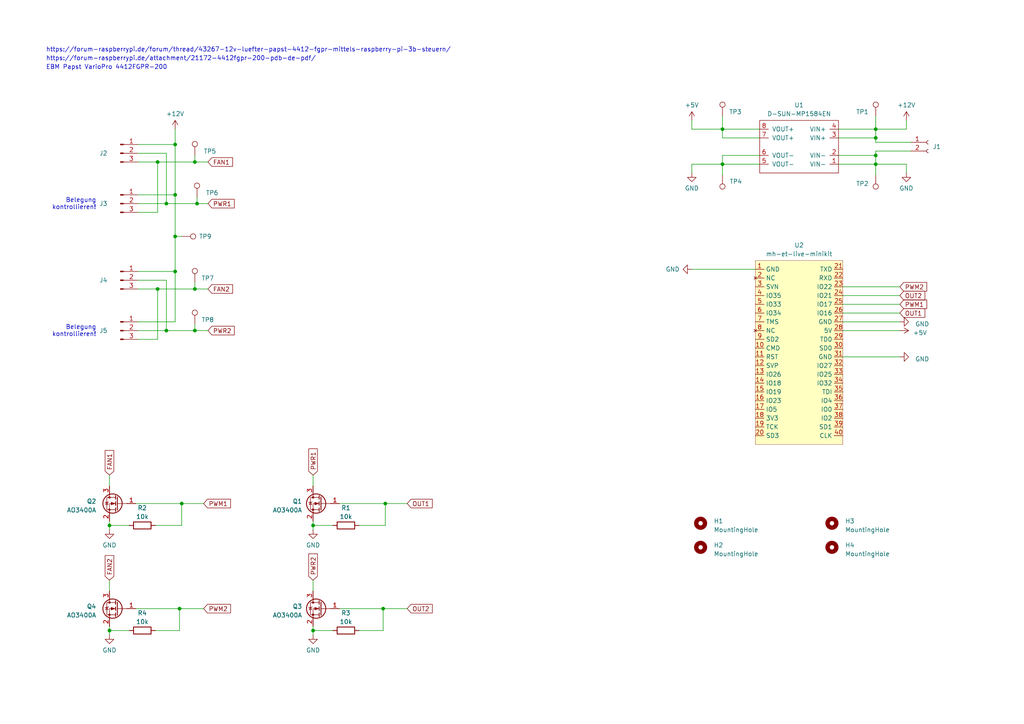
<source format=kicad_sch>
(kicad_sch (version 20210406) (generator eeschema)
  (paper "A4")
  (lib_symbols
    (symbol "Connector:Conn_01x02_Female" (pin_names (offset 1.016) hide)
      (property "Reference" "J" (at 0 2.54 0))
      (property "Value" "Conn_01x02_Female" (at 0 -5.08 0))
      (symbol "Conn_01x02_Female_1_1"
        (arc (start 0 -2.032) (end 0 -3.048) (radius (at 0 -2.54) (length 0.508) (angles 90.1 -90.1)) (stroke (width 0.1524)))
        (arc (start 0 0.508) (end 0 -0.508) (radius (at 0 0) (length 0.508) (angles 90.1 -90.1)) (stroke (width 0.1524)))
        (polyline (pts (xy -1.27 -2.54) (xy -0.508 -2.54)) (stroke (width 0.1524)))
        (polyline (pts (xy -1.27 0) (xy -0.508 0)) (stroke (width 0.1524)))
        (pin passive line (at -5.08 0 0) (length 3.81) (name "Pin_1") (number "1"))
        (pin passive line (at -5.08 -2.54 0) (length 3.81) (name "Pin_2") (number "2"))
      )
    )
    (symbol "Connector:Conn_01x03_Male" (pin_names (offset 1.016) hide)
      (property "Reference" "J" (at 0 5.08 0))
      (property "Value" "Conn_01x03_Male" (at 0 -5.08 0))
      (symbol "Conn_01x03_Male_1_1"
        (rectangle (start 0.8636 -2.413) (end 0 -2.667) (stroke (width 0.1524)) (fill (type outline)))
        (rectangle (start 0.8636 0.127) (end 0 -0.127) (stroke (width 0.1524)) (fill (type outline)))
        (rectangle (start 0.8636 2.667) (end 0 2.413) (stroke (width 0.1524)) (fill (type outline)))
        (polyline (pts (xy 1.27 -2.54) (xy 0.8636 -2.54)) (stroke (width 0.1524)))
        (polyline (pts (xy 1.27 0) (xy 0.8636 0)) (stroke (width 0.1524)))
        (polyline (pts (xy 1.27 2.54) (xy 0.8636 2.54)) (stroke (width 0.1524)))
        (pin passive line (at 5.08 2.54 180) (length 3.81) (name "Pin_1") (number "1"))
        (pin passive line (at 5.08 0 180) (length 3.81) (name "Pin_2") (number "2"))
        (pin passive line (at 5.08 -2.54 180) (length 3.81) (name "Pin_3") (number "3"))
      )
    )
    (symbol "Connector:TestPoint" (pin_numbers hide) (pin_names (offset 0.762) hide)
      (property "Reference" "TP" (at 0 6.858 0))
      (property "Value" "TestPoint" (at 0 5.08 0))
      (symbol "TestPoint_0_1"
        (circle (center 0 3.302) (radius 0.762))
      )
      (symbol "TestPoint_1_1"
        (pin passive line (at 0 0 90) (length 2.54) (name "1") (number "1"))
      )
    )
    (symbol "Device:R" (pin_numbers hide) (pin_names (offset 0))
      (property "Reference" "R" (at 2.032 0 90))
      (property "Value" "R" (at 0 0 90))
      (symbol "R_0_1"
        (rectangle (start -1.016 -2.54) (end 1.016 2.54) (stroke (width 0.254)))
      )
      (symbol "R_1_1"
        (pin passive line (at 0 3.81 270) (length 1.27) (name "~") (number "1"))
        (pin passive line (at 0 -3.81 90) (length 1.27) (name "~") (number "2"))
      )
    )
    (symbol "Mechanical:MountingHole" (pin_names (offset 1.016))
      (property "Reference" "H" (at 0 5.08 0))
      (property "Value" "MountingHole" (at 0 3.175 0))
      (symbol "MountingHole_0_1"
        (circle (center 0 0) (radius 1.27) (stroke (width 1.27)))
      )
    )
    (symbol "Transistor_FET:AO3400A" (pin_names hide)
      (property "Reference" "Q" (at 5.08 1.905 0))
      (property "Value" "AO3400A" (at 5.08 0 0))
      (symbol "AO3400A_0_1"
        (circle (center 1.651 0) (radius 2.794) (stroke (width 0.254)))
        (circle (center 2.54 -1.778) (radius 0.254) (fill (type outline)))
        (circle (center 2.54 1.778) (radius 0.254) (fill (type outline)))
        (polyline (pts (xy 0.254 0) (xy -2.54 0)))
        (polyline (pts (xy 0.254 1.905) (xy 0.254 -1.905)) (stroke (width 0.254)))
        (polyline (pts (xy 0.762 -1.27) (xy 0.762 -2.286)) (stroke (width 0.254)))
        (polyline (pts (xy 0.762 0.508) (xy 0.762 -0.508)) (stroke (width 0.254)))
        (polyline (pts (xy 0.762 2.286) (xy 0.762 1.27)) (stroke (width 0.254)))
        (polyline (pts (xy 2.54 2.54) (xy 2.54 1.778)))
        (polyline (pts (xy 2.54 -2.54) (xy 2.54 0) (xy 0.762 0)))
        (polyline (pts (xy 0.762 -1.778) (xy 3.302 -1.778) (xy 3.302 1.778) (xy 0.762 1.778)))
        (polyline (pts (xy 2.794 0.508) (xy 2.921 0.381) (xy 3.683 0.381) (xy 3.81 0.254)))
        (polyline (pts (xy 3.302 0.381) (xy 2.921 -0.254) (xy 3.683 -0.254) (xy 3.302 0.381)))
        (polyline (pts (xy 1.016 0) (xy 2.032 0.381) (xy 2.032 -0.381) (xy 1.016 0)) (fill (type outline)))
      )
      (symbol "AO3400A_1_1"
        (pin input line (at -5.08 0 0) (length 2.54) (name "G") (number "1"))
        (pin passive line (at 2.54 -5.08 90) (length 2.54) (name "S") (number "2"))
        (pin passive line (at 2.54 5.08 270) (length 2.54) (name "D") (number "3"))
      )
    )
    (symbol "bouni:D-SUN-MP1584EN" (pin_names (offset 1.016))
      (property "Reference" "U" (at 0 8.89 0))
      (property "Value" "D-SUN-MP1584EN" (at 0 -8.89 0))
      (symbol "D-SUN-MP1584EN_0_1"
        (rectangle (start -11.43 7.62) (end 11.43 -7.62))
      )
      (symbol "D-SUN-MP1584EN_1_1"
        (pin input line (at -11.43 5.08 0) (length 2.54) (name "VIN-") (number "1"))
        (pin input line (at -11.43 2.54 0) (length 2.54) (name "VIN-") (number "2"))
        (pin input line (at -11.43 -2.54 0) (length 2.54) (name "VIN+") (number "3"))
        (pin input line (at -11.43 -5.08 0) (length 2.54) (name "VIN+") (number "4"))
        (pin input line (at 11.43 5.08 180) (length 2.54) (name "VOUT-") (number "5"))
        (pin input line (at 11.43 2.54 180) (length 2.54) (name "VOUT-") (number "6"))
        (pin input line (at 11.43 -2.54 180) (length 2.54) (name "VOUT+") (number "7"))
        (pin input line (at 11.43 -5.08 180) (length 2.54) (name "VOUT+") (number "8"))
      )
    )
    (symbol "mh-et-live-minikit:mh-et-live-minikit"
      (property "Reference" "U" (at 0 27.94 0))
      (property "Value" "mh-et-live-minikit" (at 0 0 90))
      (symbol "mh-et-live-minikit_0_0"
        (pin passive line (at -12.7 24.13 0) (length 2.54) (name "GND") (number "1"))
        (pin bidirectional line (at -12.7 1.27 0) (length 2.54) (name "CMD") (number "10"))
        (pin input line (at -12.7 -1.27 0) (length 2.54) (name "RST") (number "11"))
        (pin bidirectional line (at -12.7 -3.81 0) (length 2.54) (name "SVP") (number "12"))
        (pin bidirectional line (at -12.7 -6.35 0) (length 2.54) (name "IO26") (number "13"))
        (pin bidirectional line (at -12.7 -8.89 0) (length 2.54) (name "IO18") (number "14"))
        (pin bidirectional line (at -12.7 -11.43 0) (length 2.54) (name "IO19") (number "15"))
        (pin bidirectional line (at -12.7 -13.97 0) (length 2.54) (name "IO23") (number "16"))
        (pin bidirectional line (at -12.7 -16.51 0) (length 2.54) (name "IO5") (number "17"))
        (pin power_out line (at -12.7 -19.05 0) (length 2.54) (name "3V3") (number "18"))
        (pin bidirectional line (at -12.7 -21.59 0) (length 2.54) (name "TCK") (number "19"))
        (pin no_connect line (at -12.7 21.59 0) (length 2.54) (name "NC") (number "2"))
        (pin bidirectional line (at -12.7 -24.13 0) (length 2.54) (name "SD3") (number "20"))
        (pin bidirectional line (at 12.7 24.13 180) (length 2.54) (name "TXD") (number "21"))
        (pin bidirectional line (at 12.7 21.59 180) (length 2.54) (name "RXD") (number "22"))
        (pin bidirectional line (at 12.7 19.05 180) (length 2.54) (name "IO22") (number "23"))
        (pin bidirectional line (at 12.7 16.51 180) (length 2.54) (name "IO21") (number "24"))
        (pin bidirectional line (at 12.7 13.97 180) (length 2.54) (name "IO17") (number "25"))
        (pin bidirectional line (at 12.7 11.43 180) (length 2.54) (name "IO16") (number "26"))
        (pin passive line (at 12.7 8.89 180) (length 2.54) (name "GND") (number "27"))
        (pin power_in line (at 12.7 6.35 180) (length 2.54) (name "5V") (number "28"))
        (pin bidirectional line (at 12.7 3.81 180) (length 2.54) (name "TD0") (number "29"))
        (pin bidirectional line (at -12.7 19.05 0) (length 2.54) (name "SVN") (number "3"))
        (pin bidirectional line (at 12.7 1.27 180) (length 2.54) (name "SD0") (number "30"))
        (pin passive line (at 12.7 -1.27 180) (length 2.54) (name "GND") (number "31"))
        (pin bidirectional line (at 12.7 -3.81 180) (length 2.54) (name "IO27") (number "32"))
        (pin bidirectional line (at 12.7 -6.35 180) (length 2.54) (name "IO25") (number "33"))
        (pin bidirectional line (at 12.7 -8.89 180) (length 2.54) (name "IO32") (number "34"))
        (pin bidirectional line (at 12.7 -11.43 180) (length 2.54) (name "TDI") (number "35"))
        (pin bidirectional line (at 12.7 -13.97 180) (length 2.54) (name "IO4") (number "36"))
        (pin bidirectional line (at 12.7 -16.51 180) (length 2.54) (name "IO0") (number "37"))
        (pin bidirectional line (at 12.7 -19.05 180) (length 2.54) (name "IO2") (number "38"))
        (pin bidirectional line (at 12.7 -21.59 180) (length 2.54) (name "SD1") (number "39"))
        (pin bidirectional line (at -12.7 16.51 0) (length 2.54) (name "IO35") (number "4"))
        (pin bidirectional line (at 12.7 -24.13 180) (length 2.54) (name "CLK") (number "40"))
        (pin bidirectional line (at -12.7 13.97 0) (length 2.54) (name "IO33") (number "5"))
        (pin bidirectional line (at -12.7 11.43 0) (length 2.54) (name "IO34") (number "6"))
        (pin bidirectional line (at -12.7 8.89 0) (length 2.54) (name "TMS") (number "7"))
        (pin no_connect line (at -12.7 6.35 0) (length 2.54) (name "NC") (number "8"))
        (pin bidirectional line (at -12.7 3.81 0) (length 2.54) (name "SD2") (number "9"))
      )
      (symbol "mh-et-live-minikit_0_1"
        (rectangle (start -12.7 26.67) (end 12.7 -26.67) (stroke (width 0.0006)) (fill (type background)))
      )
    )
    (symbol "power:+12V" (power) (pin_names (offset 0))
      (property "Value" "+12V" (at 0 3.556 0))
      (symbol "+12V_0_1"
        (polyline (pts (xy -0.762 1.27) (xy 0 2.54)))
        (polyline (pts (xy 0 0) (xy 0 2.54)))
        (polyline (pts (xy 0 2.54) (xy 0.762 1.27)))
      )
      (symbol "+12V_1_1"
        (pin power_in line (at 0 0 90) (length 0) hide (name "+12V") (number "1"))
      )
    )
    (symbol "power:+5V" (power) (pin_names (offset 0))
      (property "Value" "+5V" (at 0 3.556 0))
      (symbol "+5V_0_1"
        (polyline (pts (xy -0.762 1.27) (xy 0 2.54)))
        (polyline (pts (xy 0 0) (xy 0 2.54)))
        (polyline (pts (xy 0 2.54) (xy 0.762 1.27)))
      )
      (symbol "+5V_1_1"
        (pin power_in line (at 0 0 90) (length 0) hide (name "+5V") (number "1"))
      )
    )
    (symbol "power:GND" (power) (pin_names (offset 0))
      (property "Value" "GND" (at 0 -3.81 0))
      (symbol "GND_0_1"
        (polyline (pts (xy 0 0) (xy 0 -1.27) (xy 1.27 -1.27) (xy 0 -2.54) (xy -1.27 -1.27) (xy 0 -1.27)))
      )
      (symbol "GND_1_1"
        (pin power_in line (at 0 0 270) (length 0) hide (name "GND") (number "1"))
      )
    )
  )
  (junction (at 31.75 152.4) (diameter 0.9144))
  (junction (at 31.75 182.88) (diameter 0.9144))
  (junction (at 45.72 46.99) (diameter 0.9144))
  (junction (at 45.72 83.82) (diameter 0.9144))
  (junction (at 48.26 59.055) (diameter 0.9144))
  (junction (at 48.26 95.885) (diameter 0.9144))
  (junction (at 50.8 41.91) (diameter 0.9144))
  (junction (at 50.8 56.515) (diameter 0.9144))
  (junction (at 50.8 68.58) (diameter 0.9144))
  (junction (at 50.8 78.74) (diameter 0.9144))
  (junction (at 52.07 176.53) (diameter 0.9144))
  (junction (at 52.705 146.05) (diameter 0.9144))
  (junction (at 56.515 46.99) (diameter 0.9144))
  (junction (at 56.515 83.82) (diameter 0.9144))
  (junction (at 56.515 95.885) (diameter 0.9144))
  (junction (at 57.15 59.055) (diameter 0.9144))
  (junction (at 90.805 152.4) (diameter 0.9144))
  (junction (at 90.805 182.88) (diameter 0.9144))
  (junction (at 111.125 176.53) (diameter 0.9144))
  (junction (at 111.76 146.05) (diameter 0.9144))
  (junction (at 209.55 37.465) (diameter 0.9144))
  (junction (at 209.55 47.625) (diameter 0.9144))
  (junction (at 254 37.465) (diameter 0.9144))
  (junction (at 254 40.005) (diameter 0.9144))
  (junction (at 254 45.085) (diameter 0.9144))
  (junction (at 254 47.625) (diameter 0.9144))
  (wire (pts (xy 31.75 137.795) (xy 31.75 140.97)))
  (wire (pts (xy 31.75 152.4) (xy 31.75 151.13)))
  (wire (pts (xy 31.75 152.4) (xy 37.465 152.4)))
  (wire (pts (xy 31.75 153.67) (xy 31.75 152.4)))
  (wire (pts (xy 31.75 168.275) (xy 31.75 171.45)))
  (wire (pts (xy 31.75 182.88) (xy 31.75 181.61)))
  (wire (pts (xy 31.75 182.88) (xy 37.465 182.88)))
  (wire (pts (xy 31.75 184.15) (xy 31.75 182.88)))
  (wire (pts (xy 39.37 176.53) (xy 52.07 176.53)))
  (wire (pts (xy 40.005 41.91) (xy 50.8 41.91)))
  (wire (pts (xy 40.005 44.45) (xy 48.26 44.45)))
  (wire (pts (xy 40.005 46.99) (xy 45.72 46.99)))
  (wire (pts (xy 40.005 59.055) (xy 48.26 59.055)))
  (wire (pts (xy 40.005 81.28) (xy 48.26 81.28)))
  (wire (pts (xy 40.005 83.82) (xy 45.72 83.82)))
  (wire (pts (xy 40.005 93.345) (xy 50.8 93.345)))
  (wire (pts (xy 40.005 95.885) (xy 48.26 95.885)))
  (wire (pts (xy 45.085 152.4) (xy 52.705 152.4)))
  (wire (pts (xy 45.72 46.99) (xy 45.72 61.595)))
  (wire (pts (xy 45.72 46.99) (xy 56.515 46.99)))
  (wire (pts (xy 45.72 61.595) (xy 40.005 61.595)))
  (wire (pts (xy 45.72 83.82) (xy 45.72 98.425)))
  (wire (pts (xy 45.72 83.82) (xy 56.515 83.82)))
  (wire (pts (xy 45.72 98.425) (xy 40.005 98.425)))
  (wire (pts (xy 48.26 44.45) (xy 48.26 59.055)))
  (wire (pts (xy 48.26 59.055) (xy 57.15 59.055)))
  (wire (pts (xy 48.26 81.28) (xy 48.26 95.885)))
  (wire (pts (xy 48.26 95.885) (xy 56.515 95.885)))
  (wire (pts (xy 50.8 37.465) (xy 50.8 41.91)))
  (wire (pts (xy 50.8 41.91) (xy 50.8 56.515)))
  (wire (pts (xy 50.8 56.515) (xy 40.005 56.515)))
  (wire (pts (xy 50.8 56.515) (xy 50.8 68.58)))
  (wire (pts (xy 50.8 68.58) (xy 50.8 78.74)))
  (wire (pts (xy 50.8 78.74) (xy 40.005 78.74)))
  (wire (pts (xy 50.8 93.345) (xy 50.8 78.74)))
  (wire (pts (xy 52.07 176.53) (xy 52.07 182.88)))
  (wire (pts (xy 52.07 176.53) (xy 59.055 176.53)))
  (wire (pts (xy 52.07 182.88) (xy 45.085 182.88)))
  (wire (pts (xy 52.705 68.58) (xy 50.8 68.58)))
  (wire (pts (xy 52.705 146.05) (xy 39.37 146.05)))
  (wire (pts (xy 52.705 146.05) (xy 59.055 146.05)))
  (wire (pts (xy 52.705 152.4) (xy 52.705 146.05)))
  (wire (pts (xy 56.515 45.085) (xy 56.515 46.99)))
  (wire (pts (xy 56.515 46.99) (xy 60.325 46.99)))
  (wire (pts (xy 56.515 81.915) (xy 56.515 83.82)))
  (wire (pts (xy 56.515 83.82) (xy 60.325 83.82)))
  (wire (pts (xy 56.515 93.98) (xy 56.515 95.885)))
  (wire (pts (xy 56.515 95.885) (xy 60.325 95.885)))
  (wire (pts (xy 57.15 57.15) (xy 57.15 59.055)))
  (wire (pts (xy 57.15 59.055) (xy 60.325 59.055)))
  (wire (pts (xy 90.805 137.795) (xy 90.805 140.97)))
  (wire (pts (xy 90.805 152.4) (xy 90.805 151.13)))
  (wire (pts (xy 90.805 152.4) (xy 96.52 152.4)))
  (wire (pts (xy 90.805 153.67) (xy 90.805 152.4)))
  (wire (pts (xy 90.805 168.275) (xy 90.805 171.45)))
  (wire (pts (xy 90.805 182.88) (xy 90.805 181.61)))
  (wire (pts (xy 90.805 182.88) (xy 96.52 182.88)))
  (wire (pts (xy 90.805 184.15) (xy 90.805 182.88)))
  (wire (pts (xy 98.425 176.53) (xy 111.125 176.53)))
  (wire (pts (xy 104.14 152.4) (xy 111.76 152.4)))
  (wire (pts (xy 111.125 176.53) (xy 111.125 182.88)))
  (wire (pts (xy 111.125 176.53) (xy 118.11 176.53)))
  (wire (pts (xy 111.125 182.88) (xy 104.14 182.88)))
  (wire (pts (xy 111.76 146.05) (xy 98.425 146.05)))
  (wire (pts (xy 111.76 146.05) (xy 118.11 146.05)))
  (wire (pts (xy 111.76 152.4) (xy 111.76 146.05)))
  (wire (pts (xy 200.66 34.925) (xy 200.66 37.465)))
  (wire (pts (xy 200.66 47.625) (xy 200.66 50.165)))
  (wire (pts (xy 200.66 78.105) (xy 219.075 78.105)))
  (wire (pts (xy 209.55 33.655) (xy 209.55 37.465)))
  (wire (pts (xy 209.55 37.465) (xy 200.66 37.465)))
  (wire (pts (xy 209.55 37.465) (xy 209.55 40.005)))
  (wire (pts (xy 209.55 40.005) (xy 220.345 40.005)))
  (wire (pts (xy 209.55 45.085) (xy 220.345 45.085)))
  (wire (pts (xy 209.55 47.625) (xy 200.66 47.625)))
  (wire (pts (xy 209.55 47.625) (xy 209.55 45.085)))
  (wire (pts (xy 209.55 50.8) (xy 209.55 47.625)))
  (wire (pts (xy 220.345 37.465) (xy 209.55 37.465)))
  (wire (pts (xy 220.345 47.625) (xy 209.55 47.625)))
  (wire (pts (xy 243.205 37.465) (xy 254 37.465)))
  (wire (pts (xy 243.205 47.625) (xy 254 47.625)))
  (wire (pts (xy 244.475 83.185) (xy 260.985 83.185)))
  (wire (pts (xy 244.475 85.725) (xy 260.985 85.725)))
  (wire (pts (xy 244.475 88.265) (xy 260.985 88.265)))
  (wire (pts (xy 244.475 90.805) (xy 260.985 90.805)))
  (wire (pts (xy 244.475 93.345) (xy 260.985 93.345)))
  (wire (pts (xy 244.475 95.885) (xy 260.985 95.885)))
  (wire (pts (xy 244.475 103.505) (xy 260.985 103.505)))
  (wire (pts (xy 254 33.655) (xy 254 37.465)))
  (wire (pts (xy 254 37.465) (xy 254 40.005)))
  (wire (pts (xy 254 40.005) (xy 243.205 40.005)))
  (wire (pts (xy 254 41.275) (xy 254 40.005)))
  (wire (pts (xy 254 43.815) (xy 254 45.085)))
  (wire (pts (xy 254 43.815) (xy 264.16 43.815)))
  (wire (pts (xy 254 45.085) (xy 243.205 45.085)))
  (wire (pts (xy 254 47.625) (xy 254 45.085)))
  (wire (pts (xy 254 50.8) (xy 254 47.625)))
  (wire (pts (xy 262.89 34.925) (xy 262.89 37.465)))
  (wire (pts (xy 262.89 37.465) (xy 254 37.465)))
  (wire (pts (xy 262.89 47.625) (xy 254 47.625)))
  (wire (pts (xy 262.89 50.165) (xy 262.89 47.625)))
  (wire (pts (xy 264.16 41.275) (xy 254 41.275)))
  (text "https://forum-raspberrypi.de/forum/thread/43267-12v-luefter-papst-4412-fgpr-mittels-raspberry-pi-3b-steuern/" (at 13.335 15.24 0) (effects (font (size 1.27 1.27)) (justify left bottom)))
  (text "https://forum-raspberrypi.de/attachment/21172-4412fgpr-200-pdb-de-pdf/" (at 13.335 17.78 0) (effects (font (size 1.27 1.27)) (justify left bottom)))
  (text "EBM Papst VarioPro 4412FGPR-200" (at 13.335 20.32 0) (effects (font (size 1.27 1.27)) (justify left bottom)))
  (text "Belegung\nkontrollieren!" (at 27.94 60.96 180) (effects (font (size 1.27 1.27)) (justify right bottom)))
  (text "Belegung\nkontrollieren!" (at 27.94 97.79 180) (effects (font (size 1.27 1.27)) (justify right bottom)))
  (global_label "FAN1" (shape input) (at 31.75 137.795 90) (property "Intersheet References" "${INTERSHEET_REFS}" (effects hide)))
  (global_label "FAN2" (shape input) (at 31.75 168.275 90) (property "Intersheet References" "${INTERSHEET_REFS}" (effects hide)))
  (global_label "PWM1" (shape input) (at 59.055 146.05 0) (property "Intersheet References" "${INTERSHEET_REFS}" (effects hide)))
  (global_label "PWM2" (shape input) (at 59.055 176.53 0) (property "Intersheet References" "${INTERSHEET_REFS}" (effects hide)))
  (global_label "FAN1" (shape input) (at 60.325 46.99 0) (property "Intersheet References" "${INTERSHEET_REFS}" (effects hide)))
  (global_label "PWR1" (shape input) (at 60.325 59.055 0) (property "Intersheet References" "${INTERSHEET_REFS}" (effects hide)))
  (global_label "FAN2" (shape input) (at 60.325 83.82 0) (property "Intersheet References" "${INTERSHEET_REFS}" (effects hide)))
  (global_label "PWR2" (shape input) (at 60.325 95.885 0) (property "Intersheet References" "${INTERSHEET_REFS}" (effects hide)))
  (global_label "PWR1" (shape input) (at 90.805 137.795 90) (property "Intersheet References" "${INTERSHEET_REFS}" (effects hide)))
  (global_label "PWR2" (shape input) (at 90.805 168.275 90) (property "Intersheet References" "${INTERSHEET_REFS}" (effects hide)))
  (global_label "OUT1" (shape input) (at 118.11 146.05 0) (property "Intersheet References" "${INTERSHEET_REFS}" (effects hide)))
  (global_label "OUT2" (shape input) (at 118.11 176.53 0) (property "Intersheet References" "${INTERSHEET_REFS}" (effects hide)))
  (global_label "PWM2" (shape input) (at 260.985 83.185 0) (property "Intersheet References" "${INTERSHEET_REFS}" (effects hide)))
  (global_label "OUT2" (shape input) (at 260.985 85.725 0) (property "Intersheet References" "${INTERSHEET_REFS}" (effects hide)))
  (global_label "PWM1" (shape input) (at 260.985 88.265 0) (property "Intersheet References" "${INTERSHEET_REFS}" (effects hide)))
  (global_label "OUT1" (shape input) (at 260.985 90.805 0) (property "Intersheet References" "${INTERSHEET_REFS}" (effects hide)))
  (symbol (lib_id "power:+12V") (at 50.8 37.465 0) (unit 1)
    (property "Reference" "#PWR0113" (effects hide))
    (property "Value" "+12V" (at 50.8 33.02 0))
  )
  (symbol (lib_id "power:+5V") (at 200.66 34.925 0) (unit 1)
    (property "Reference" "#PWR0109" (effects hide))
    (property "Value" "+5V" (at 200.66 30.48 0))
  )
  (symbol (lib_id "power:+5V") (at 260.985 95.885 270) (unit 1)
    (property "Reference" "#PWR0107" (effects hide))
    (property "Value" "+5V" (at 264.795 96.5199 90) (effects (justify left)))
  )
  (symbol (lib_id "power:+12V") (at 262.89 34.925 0) (unit 1)
    (property "Reference" "#PWR0101" (effects hide))
    (property "Value" "+12V" (at 262.89 30.48 0))
  )
  (symbol (lib_id "Connector:TestPoint") (at 52.705 68.58 270) (unit 1)
    (property "Reference" "TP9" (at 57.7216 68.58 90) (effects (justify left)))
    (property "Value" "TestPoint" (effects hide))
    (property "Footprint" "TestPoint:TestPoint_Pad_D2.0mm" (effects hide))
  )
  (symbol (lib_id "Connector:TestPoint") (at 56.515 45.085 0) (unit 1)
    (property "Reference" "TP5" (at 59.055 43.8784 0) (effects (justify left)))
    (property "Value" "TestPoint" (effects hide))
    (property "Footprint" "TestPoint:TestPoint_Pad_D2.0mm" (effects hide))
  )
  (symbol (lib_id "Connector:TestPoint") (at 56.515 81.915 0) (unit 1)
    (property "Reference" "TP7" (at 58.42 80.7084 0) (effects (justify left)))
    (property "Value" "TestPoint" (effects hide))
    (property "Footprint" "TestPoint:TestPoint_Pad_D2.0mm" (effects hide))
  )
  (symbol (lib_id "Connector:TestPoint") (at 56.515 93.98 0) (unit 1)
    (property "Reference" "TP8" (at 58.42 92.7734 0) (effects (justify left)))
    (property "Value" "TestPoint" (effects hide))
    (property "Footprint" "TestPoint:TestPoint_Pad_D2.0mm" (effects hide))
  )
  (symbol (lib_id "Connector:TestPoint") (at 57.15 57.15 0) (unit 1)
    (property "Reference" "TP6" (at 59.69 55.9434 0) (effects (justify left)))
    (property "Value" "TestPoint" (effects hide))
    (property "Footprint" "TestPoint:TestPoint_Pad_D2.0mm" (effects hide))
  )
  (symbol (lib_id "Connector:TestPoint") (at 209.55 33.655 0) (mirror y) (unit 1)
    (property "Reference" "TP3" (at 211.455 32.4484 0) (effects (justify right)))
    (property "Value" "TestPoint" (effects hide))
    (property "Footprint" "TestPoint:TestPoint_Pad_D2.0mm" (effects hide))
  )
  (symbol (lib_id "Connector:TestPoint") (at 209.55 50.8 0) (mirror x) (unit 1)
    (property "Reference" "TP4" (at 215.265 52.6414 0) (effects (justify right)))
    (property "Value" "TestPoint" (effects hide))
    (property "Footprint" "TestPoint:TestPoint_Pad_D2.0mm" (effects hide))
  )
  (symbol (lib_id "Connector:TestPoint") (at 254 33.655 0) (unit 1)
    (property "Reference" "TP1" (at 248.285 32.4484 0) (effects (justify left)))
    (property "Value" "TestPoint" (effects hide))
    (property "Footprint" "TestPoint:TestPoint_Pad_D2.0mm" (effects hide))
  )
  (symbol (lib_id "Connector:TestPoint") (at 254 50.8 180) (unit 1)
    (property "Reference" "TP2" (at 248.285 53.2764 0) (effects (justify right)))
    (property "Value" "TestPoint" (effects hide))
    (property "Footprint" "TestPoint:TestPoint_Pad_D2.0mm" (effects hide))
  )
  (symbol (lib_id "power:GND") (at 31.75 153.67 0) (unit 1)
    (property "Reference" "#PWR0104" (effects hide))
    (property "Value" "GND" (at 31.75 158.115 0))
  )
  (symbol (lib_id "power:GND") (at 31.75 184.15 0) (unit 1)
    (property "Reference" "#PWR0103" (effects hide))
    (property "Value" "GND" (at 31.75 188.595 0))
  )
  (symbol (lib_id "power:GND") (at 90.805 153.67 0) (unit 1)
    (property "Reference" "#PWR0112" (effects hide))
    (property "Value" "GND" (at 90.805 158.115 0))
  )
  (symbol (lib_id "power:GND") (at 90.805 184.15 0) (unit 1)
    (property "Reference" "#PWR0111" (effects hide))
    (property "Value" "GND" (at 90.805 188.595 0))
  )
  (symbol (lib_id "power:GND") (at 200.66 50.165 0) (unit 1)
    (property "Reference" "#PWR0110" (effects hide))
    (property "Value" "GND" (at 200.66 54.61 0))
  )
  (symbol (lib_id "power:GND") (at 200.66 78.105 270) (unit 1)
    (property "Reference" "#PWR0108" (effects hide))
    (property "Value" "GND" (at 193.04 78.1049 90) (effects (justify left)))
  )
  (symbol (lib_id "power:GND") (at 260.985 93.345 90) (unit 1)
    (property "Reference" "#PWR0105" (effects hide))
    (property "Value" "GND" (at 265.43 93.9799 90) (effects (justify right)))
  )
  (symbol (lib_id "power:GND") (at 260.985 103.505 90) (unit 1)
    (property "Reference" "#PWR0106" (effects hide))
    (property "Value" "GND" (at 265.43 104.1399 90) (effects (justify right)))
  )
  (symbol (lib_id "power:GND") (at 262.89 50.165 0) (unit 1)
    (property "Reference" "#PWR0102" (effects hide))
    (property "Value" "GND" (at 262.89 54.61 0))
  )
  (symbol (lib_id "Mechanical:MountingHole") (at 203.2 151.765 0) (unit 1)
    (property "Reference" "H1" (at 207.01 151.1299 0) (effects (justify left)))
    (property "Value" "MountingHole" (at 207.01 153.6699 0) (effects (justify left)))
    (property "Footprint" "MountingHole:MountingHole_3.2mm_M3_DIN965" (effects hide))
  )
  (symbol (lib_id "Mechanical:MountingHole") (at 203.2 158.75 0) (unit 1)
    (property "Reference" "H2" (at 207.01 158.1149 0) (effects (justify left)))
    (property "Value" "MountingHole" (at 207.01 160.6549 0) (effects (justify left)))
    (property "Footprint" "MountingHole:MountingHole_3.2mm_M3_DIN965" (effects hide))
  )
  (symbol (lib_id "Mechanical:MountingHole") (at 241.3 151.765 0) (unit 1)
    (property "Reference" "H3" (at 245.11 151.1299 0) (effects (justify left)))
    (property "Value" "MountingHole" (at 245.11 153.6699 0) (effects (justify left)))
    (property "Footprint" "MountingHole:MountingHole_3.2mm_M3_DIN965" (effects hide))
  )
  (symbol (lib_id "Mechanical:MountingHole") (at 241.3 158.75 0) (unit 1)
    (property "Reference" "H4" (at 245.11 158.1149 0) (effects (justify left)))
    (property "Value" "MountingHole" (at 245.11 160.6549 0) (effects (justify left)))
    (property "Footprint" "MountingHole:MountingHole_3.2mm_M3_DIN965" (effects hide))
  )
  (symbol (lib_id "Device:R") (at 41.275 152.4 90) (unit 1)
    (property "Reference" "R2" (at 41.275 147.32 90))
    (property "Value" "10k" (at 41.275 149.86 90))
    (property "Footprint" "Resistor_SMD:R_0805_2012Metric_Pad1.20x1.40mm_HandSolder" (effects hide))
  )
  (symbol (lib_id "Device:R") (at 41.275 182.88 90) (unit 1)
    (property "Reference" "R4" (at 41.275 177.8 90))
    (property "Value" "10k" (at 41.275 180.34 90))
    (property "Footprint" "Resistor_SMD:R_0805_2012Metric_Pad1.20x1.40mm_HandSolder" (effects hide))
  )
  (symbol (lib_id "Device:R") (at 100.33 152.4 90) (unit 1)
    (property "Reference" "R1" (at 100.33 147.32 90))
    (property "Value" "10k" (at 100.33 149.86 90))
    (property "Footprint" "Resistor_SMD:R_0805_2012Metric_Pad1.20x1.40mm_HandSolder" (effects hide))
  )
  (symbol (lib_id "Device:R") (at 100.33 182.88 90) (unit 1)
    (property "Reference" "R3" (at 100.33 177.8 90))
    (property "Value" "10k" (at 100.33 180.34 90))
    (property "Footprint" "Resistor_SMD:R_0805_2012Metric_Pad1.20x1.40mm_HandSolder" (effects hide))
  )
  (symbol (lib_id "Connector:Conn_01x02_Female") (at 269.24 41.275 0) (unit 1)
    (property "Reference" "J1" (at 270.51 42.5449 0) (effects (justify left)))
    (property "Value" "Conn_01x02_Female" (effects hide))
    (property "Footprint" "TerminalBlock_Phoenix:TerminalBlock_Phoenix_MKDS-1,5-2-5.08_1x02_P5.08mm_Horizontal" (effects hide))
  )
  (symbol (lib_id "Connector:Conn_01x03_Male") (at 34.925 44.45 0) (unit 1)
    (property "Reference" "J2" (at 29.9974 44.45 0))
    (property "Value" "Conn_01x03_Male" (effects hide))
    (property "Footprint" "TerminalBlock_Phoenix:TerminalBlock_Phoenix_MKDS-1,5-3-5.08_1x03_P5.08mm_Horizontal" (effects hide))
  )
  (symbol (lib_id "Connector:Conn_01x03_Male") (at 34.925 59.055 0) (unit 1)
    (property "Reference" "J3" (at 29.9974 59.055 0))
    (property "Value" "Conn_01x03_Male" (effects hide))
    (property "Footprint" "Connector_Molex:Molex_KK-254_AE-6410-03A_1x03_P2.54mm_Vertical" (effects hide))
  )
  (symbol (lib_id "Connector:Conn_01x03_Male") (at 34.925 81.28 0) (unit 1)
    (property "Reference" "J4" (at 29.9974 81.28 0))
    (property "Value" "Conn_01x03_Male" (effects hide))
    (property "Footprint" "TerminalBlock_Phoenix:TerminalBlock_Phoenix_MKDS-1,5-3-5.08_1x03_P5.08mm_Horizontal" (effects hide))
  )
  (symbol (lib_id "Connector:Conn_01x03_Male") (at 34.925 95.885 0) (unit 1)
    (property "Reference" "J5" (at 29.9974 95.885 0))
    (property "Value" "Conn_01x03_Male" (effects hide))
    (property "Footprint" "Connector_Molex:Molex_KK-254_AE-6410-03A_1x03_P2.54mm_Vertical" (effects hide))
  )
  (symbol (lib_id "Transistor_FET:AO3400A") (at 34.29 146.05 0) (mirror y) (unit 1)
    (property "Reference" "Q2" (at 27.94 145.4149 0) (effects (justify left)))
    (property "Value" "AO3400A" (at 27.94 147.9549 0) (effects (justify left)))
    (property "Footprint" "Package_TO_SOT_SMD:SOT-23" (effects hide))
    (property "Datasheet" "http://www.aosmd.com/pdfs/datasheet/AO3400A.pdf" (effects hide))
  )
  (symbol (lib_id "Transistor_FET:AO3400A") (at 34.29 176.53 0) (mirror y) (unit 1)
    (property "Reference" "Q4" (at 27.94 175.8949 0) (effects (justify left)))
    (property "Value" "AO3400A" (at 27.94 178.4349 0) (effects (justify left)))
    (property "Footprint" "Package_TO_SOT_SMD:SOT-23" (effects hide))
    (property "Datasheet" "http://www.aosmd.com/pdfs/datasheet/AO3400A.pdf" (effects hide))
  )
  (symbol (lib_id "Transistor_FET:AO3400A") (at 93.345 146.05 0) (mirror y) (unit 1)
    (property "Reference" "Q1" (at 87.63 145.4149 0) (effects (justify left)))
    (property "Value" "AO3400A" (at 87.63 147.9549 0) (effects (justify left)))
    (property "Footprint" "Package_TO_SOT_SMD:SOT-23" (effects hide))
    (property "Datasheet" "http://www.aosmd.com/pdfs/datasheet/AO3400A.pdf" (effects hide))
  )
  (symbol (lib_id "Transistor_FET:AO3400A") (at 93.345 176.53 0) (mirror y) (unit 1)
    (property "Reference" "Q3" (at 87.63 175.8949 0) (effects (justify left)))
    (property "Value" "AO3400A" (at 87.63 178.4349 0) (effects (justify left)))
    (property "Footprint" "Package_TO_SOT_SMD:SOT-23" (effects hide))
    (property "Datasheet" "http://www.aosmd.com/pdfs/datasheet/AO3400A.pdf" (effects hide))
  )
  (symbol (lib_id "bouni:D-SUN-MP1584EN") (at 231.775 42.545 180) (unit 1)
    (property "Reference" "U1" (at 231.775 30.48 0))
    (property "Value" "D-SUN-MP1584EN" (at 231.775 33.02 0))
    (property "Footprint" "bouni:D-SUN-MP1584EN" (effects hide))
  )
  (symbol (lib_id "mh-et-live-minikit:mh-et-live-minikit") (at 231.775 102.235 0) (unit 1)
    (property "Reference" "U2" (at 231.775 71.12 0))
    (property "Value" "mh-et-live-minikit" (at 231.775 73.66 0))
    (property "Footprint" "bouni:MH-ET LIVE MiniKit" (effects hide))
  )
)
</source>
